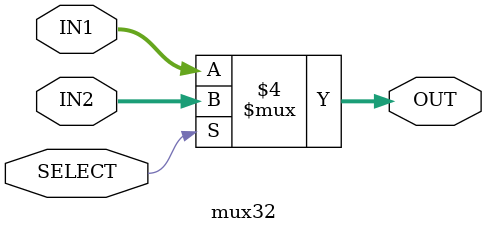
<source format=v>

`timescale 1ns/100ps
module mux32(IN1, IN2, SELECT, OUT);

	//Input and output port declaration
	input [31:0] IN1, IN2;
	input SELECT;
	output reg [31:0] OUT;
	
	//updating output value when change of any of the inputs
	always @ (IN1, IN2, SELECT)
	begin
		if (SELECT == 1'b1)		
		begin
			OUT = IN2;
		end
		else					
		begin
			OUT = IN1;
		end
	end

endmodule
</source>
